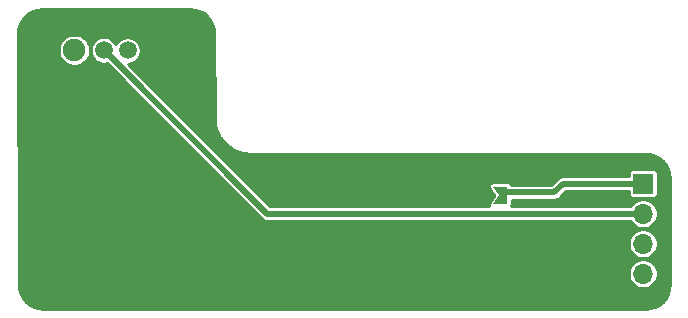
<source format=gbr>
%TF.GenerationSoftware,KiCad,Pcbnew,(5.1.6)-1*%
%TF.CreationDate,2020-09-27T13:04:45-07:00*%
%TF.ProjectId,SJ-202-USB-Jumper,534a2d32-3032-42d5-9553-422d4a756d70,rev?*%
%TF.SameCoordinates,Original*%
%TF.FileFunction,Copper,L2,Bot*%
%TF.FilePolarity,Positive*%
%FSLAX46Y46*%
G04 Gerber Fmt 4.6, Leading zero omitted, Abs format (unit mm)*
G04 Created by KiCad (PCBNEW (5.1.6)-1) date 2020-09-27 13:04:45*
%MOMM*%
%LPD*%
G01*
G04 APERTURE LIST*
%TA.AperFunction,SMDPad,CuDef*%
%ADD10C,0.100000*%
%TD*%
%TA.AperFunction,ComponentPad*%
%ADD11O,1.700000X1.700000*%
%TD*%
%TA.AperFunction,ComponentPad*%
%ADD12R,1.700000X1.700000*%
%TD*%
%TA.AperFunction,ComponentPad*%
%ADD13C,1.900000*%
%TD*%
%TA.AperFunction,ComponentPad*%
%ADD14C,1.500000*%
%TD*%
%TA.AperFunction,Conductor*%
%ADD15C,0.500000*%
%TD*%
%TA.AperFunction,Conductor*%
%ADD16C,0.254000*%
%TD*%
G04 APERTURE END LIST*
%TA.AperFunction,SMDPad,CuDef*%
D10*
%TO.P,J2,1*%
%TO.N,+5V*%
G36*
X61825000Y-68300000D02*
G01*
X61325000Y-69050000D01*
X60325000Y-69050000D01*
X60325000Y-67550000D01*
X61325000Y-67550000D01*
X61825000Y-68300000D01*
G37*
%TD.AperFunction*%
%TA.AperFunction,SMDPad,CuDef*%
%TO.P,J2,2*%
%TO.N,/5vJump*%
G36*
X62775000Y-69050000D02*
G01*
X61625000Y-69050000D01*
X62125000Y-68300000D01*
X61625000Y-67550000D01*
X62775000Y-67550000D01*
X62775000Y-69050000D01*
G37*
%TD.AperFunction*%
%TD*%
D11*
%TO.P,J4,4*%
%TO.N,GND*%
X74300000Y-74920000D03*
%TO.P,J4,3*%
%TO.N,/D-*%
X74300000Y-72380000D03*
%TO.P,J4,2*%
%TO.N,/D+*%
X74300000Y-69840000D03*
D12*
%TO.P,J4,1*%
%TO.N,/5vJump*%
X74300000Y-67300000D03*
%TD*%
D13*
%TO.P,J1,4*%
%TO.N,GND*%
X26150000Y-56010000D03*
D14*
%TO.P,J1,3*%
%TO.N,/D+*%
X28650000Y-56000000D03*
%TO.P,J1,2*%
%TO.N,/D-*%
X30650000Y-56025000D03*
D13*
%TO.P,J1,1*%
%TO.N,+5V*%
X33150000Y-56010000D03*
%TD*%
D15*
%TO.N,/D+*%
X42490000Y-69840000D02*
X28650000Y-56000000D01*
X74300000Y-70340000D02*
X73800000Y-69840000D01*
X73800000Y-69840000D02*
X42490000Y-69840000D01*
%TO.N,/5vJump*%
X66775000Y-68050000D02*
X62200000Y-68050000D01*
X67525000Y-67300000D02*
X66775000Y-68050000D01*
X74300000Y-67800000D02*
X73800000Y-67300000D01*
X73800000Y-67300000D02*
X67525000Y-67300000D01*
%TD*%
D16*
%TO.N,+5V*%
G36*
X36341849Y-52583625D02*
G01*
X36726117Y-52699642D01*
X37080532Y-52888088D01*
X37391589Y-53141781D01*
X37647446Y-53451059D01*
X37838361Y-53804150D01*
X37957058Y-54187596D01*
X38001392Y-54609404D01*
X38019060Y-61774812D01*
X38021152Y-61795531D01*
X38021042Y-61811326D01*
X38021697Y-61818010D01*
X38073514Y-62311017D01*
X38082273Y-62353685D01*
X38090449Y-62396544D01*
X38092390Y-62402974D01*
X38238979Y-62876526D01*
X38255872Y-62916712D01*
X38272204Y-62957135D01*
X38275357Y-62963065D01*
X38511134Y-63399126D01*
X38535494Y-63435240D01*
X38559383Y-63471746D01*
X38563628Y-63476950D01*
X38879612Y-63858910D01*
X38910528Y-63889611D01*
X38941048Y-63920777D01*
X38946223Y-63925058D01*
X39330379Y-64238368D01*
X39366684Y-64262489D01*
X39402661Y-64287123D01*
X39408569Y-64290318D01*
X39846265Y-64523045D01*
X39886527Y-64539639D01*
X39926641Y-64556832D01*
X39933057Y-64558818D01*
X40407621Y-64702097D01*
X40450368Y-64710561D01*
X40493028Y-64719628D01*
X40499708Y-64720330D01*
X40993063Y-64768704D01*
X40993068Y-64768704D01*
X41016070Y-64770984D01*
X74468691Y-64792134D01*
X74891849Y-64833625D01*
X75276117Y-64949642D01*
X75630532Y-65138088D01*
X75941589Y-65391781D01*
X76197446Y-65701059D01*
X76388361Y-66054150D01*
X76507058Y-66437596D01*
X76551388Y-66859364D01*
X76568955Y-75826940D01*
X76527525Y-76249477D01*
X76411507Y-76633747D01*
X76223062Y-76988159D01*
X75969369Y-77299217D01*
X75660090Y-77555075D01*
X75307001Y-77745989D01*
X74923554Y-77864686D01*
X74501934Y-77909000D01*
X23513522Y-77909000D01*
X23090523Y-77867525D01*
X22706253Y-77751507D01*
X22351841Y-77563062D01*
X22040783Y-77309369D01*
X21784925Y-77000090D01*
X21594011Y-76647001D01*
X21475314Y-76263554D01*
X21430975Y-75841699D01*
X21427656Y-74798757D01*
X73069000Y-74798757D01*
X73069000Y-75041243D01*
X73116307Y-75279069D01*
X73209102Y-75503097D01*
X73343820Y-75704717D01*
X73515283Y-75876180D01*
X73716903Y-76010898D01*
X73940931Y-76103693D01*
X74178757Y-76151000D01*
X74421243Y-76151000D01*
X74659069Y-76103693D01*
X74883097Y-76010898D01*
X75084717Y-75876180D01*
X75256180Y-75704717D01*
X75390898Y-75503097D01*
X75483693Y-75279069D01*
X75531000Y-75041243D01*
X75531000Y-74798757D01*
X75483693Y-74560931D01*
X75390898Y-74336903D01*
X75256180Y-74135283D01*
X75084717Y-73963820D01*
X74883097Y-73829102D01*
X74659069Y-73736307D01*
X74421243Y-73689000D01*
X74178757Y-73689000D01*
X73940931Y-73736307D01*
X73716903Y-73829102D01*
X73515283Y-73963820D01*
X73343820Y-74135283D01*
X73209102Y-74336903D01*
X73116307Y-74560931D01*
X73069000Y-74798757D01*
X21427656Y-74798757D01*
X21419573Y-72258757D01*
X73069000Y-72258757D01*
X73069000Y-72501243D01*
X73116307Y-72739069D01*
X73209102Y-72963097D01*
X73343820Y-73164717D01*
X73515283Y-73336180D01*
X73716903Y-73470898D01*
X73940931Y-73563693D01*
X74178757Y-73611000D01*
X74421243Y-73611000D01*
X74659069Y-73563693D01*
X74883097Y-73470898D01*
X75084717Y-73336180D01*
X75256180Y-73164717D01*
X75390898Y-72963097D01*
X75483693Y-72739069D01*
X75531000Y-72501243D01*
X75531000Y-72258757D01*
X75483693Y-72020931D01*
X75390898Y-71796903D01*
X75256180Y-71595283D01*
X75084717Y-71423820D01*
X74883097Y-71289102D01*
X74659069Y-71196307D01*
X74421243Y-71149000D01*
X74178757Y-71149000D01*
X73940931Y-71196307D01*
X73716903Y-71289102D01*
X73515283Y-71423820D01*
X73343820Y-71595283D01*
X73209102Y-71796903D01*
X73116307Y-72020931D01*
X73069000Y-72258757D01*
X21419573Y-72258757D01*
X21367442Y-55878908D01*
X24819000Y-55878908D01*
X24819000Y-56141092D01*
X24870150Y-56398238D01*
X24970483Y-56640465D01*
X25116145Y-56858463D01*
X25301537Y-57043855D01*
X25519535Y-57189517D01*
X25761762Y-57289850D01*
X26018908Y-57341000D01*
X26281092Y-57341000D01*
X26538238Y-57289850D01*
X26780465Y-57189517D01*
X26998463Y-57043855D01*
X27183855Y-56858463D01*
X27329517Y-56640465D01*
X27429850Y-56398238D01*
X27481000Y-56141092D01*
X27481000Y-55888606D01*
X27519000Y-55888606D01*
X27519000Y-56111394D01*
X27562464Y-56329900D01*
X27647721Y-56535729D01*
X27771495Y-56720970D01*
X27929030Y-56878505D01*
X28114271Y-57002279D01*
X28320100Y-57087536D01*
X28538606Y-57131000D01*
X28761394Y-57131000D01*
X28867522Y-57109890D01*
X42021899Y-70264268D01*
X42041657Y-70288343D01*
X42137739Y-70367196D01*
X42247358Y-70425789D01*
X42366302Y-70461870D01*
X42459002Y-70471000D01*
X42459009Y-70471000D01*
X42490000Y-70474052D01*
X42520990Y-70471000D01*
X73241110Y-70471000D01*
X73343820Y-70624717D01*
X73515283Y-70796180D01*
X73716903Y-70930898D01*
X73940931Y-71023693D01*
X74178757Y-71071000D01*
X74421243Y-71071000D01*
X74659069Y-71023693D01*
X74883097Y-70930898D01*
X75084717Y-70796180D01*
X75256180Y-70624717D01*
X75390898Y-70423097D01*
X75483693Y-70199069D01*
X75531000Y-69961243D01*
X75531000Y-69718757D01*
X75483693Y-69480931D01*
X75390898Y-69256903D01*
X75256180Y-69055283D01*
X75084717Y-68883820D01*
X74883097Y-68749102D01*
X74659069Y-68656307D01*
X74421243Y-68609000D01*
X74178757Y-68609000D01*
X73940931Y-68656307D01*
X73716903Y-68749102D01*
X73515283Y-68883820D01*
X73343820Y-69055283D01*
X73241110Y-69209000D01*
X63122024Y-69209000D01*
X63128701Y-69196508D01*
X63150487Y-69124689D01*
X63157843Y-69050000D01*
X63157843Y-68681000D01*
X66744010Y-68681000D01*
X66775000Y-68684052D01*
X66805990Y-68681000D01*
X66805998Y-68681000D01*
X66898698Y-68671870D01*
X67017642Y-68635789D01*
X67127261Y-68577196D01*
X67223343Y-68498343D01*
X67243105Y-68474263D01*
X67786369Y-67931000D01*
X73067157Y-67931000D01*
X73067157Y-68150000D01*
X73074513Y-68224689D01*
X73096299Y-68296508D01*
X73131678Y-68362696D01*
X73179289Y-68420711D01*
X73237304Y-68468322D01*
X73303492Y-68503701D01*
X73375311Y-68525487D01*
X73450000Y-68532843D01*
X75150000Y-68532843D01*
X75224689Y-68525487D01*
X75296508Y-68503701D01*
X75362696Y-68468322D01*
X75420711Y-68420711D01*
X75468322Y-68362696D01*
X75503701Y-68296508D01*
X75525487Y-68224689D01*
X75532843Y-68150000D01*
X75532843Y-66450000D01*
X75525487Y-66375311D01*
X75503701Y-66303492D01*
X75468322Y-66237304D01*
X75420711Y-66179289D01*
X75362696Y-66131678D01*
X75296508Y-66096299D01*
X75224689Y-66074513D01*
X75150000Y-66067157D01*
X73450000Y-66067157D01*
X73375311Y-66074513D01*
X73303492Y-66096299D01*
X73237304Y-66131678D01*
X73179289Y-66179289D01*
X73131678Y-66237304D01*
X73096299Y-66303492D01*
X73074513Y-66375311D01*
X73067157Y-66450000D01*
X73067157Y-66669000D01*
X67555987Y-66669000D01*
X67524999Y-66665948D01*
X67494011Y-66669000D01*
X67494002Y-66669000D01*
X67401302Y-66678130D01*
X67285823Y-66713160D01*
X67282358Y-66714211D01*
X67172739Y-66772804D01*
X67100931Y-66831736D01*
X67076657Y-66851657D01*
X67056899Y-66875732D01*
X66513632Y-67419000D01*
X63133405Y-67419000D01*
X63128701Y-67403492D01*
X63093322Y-67337304D01*
X63045711Y-67279289D01*
X62987696Y-67231678D01*
X62921508Y-67196299D01*
X62849689Y-67174513D01*
X62775000Y-67167157D01*
X61625000Y-67167157D01*
X61550704Y-67174435D01*
X61478862Y-67196146D01*
X61412637Y-67231455D01*
X61354572Y-67279006D01*
X61306900Y-67336971D01*
X61271453Y-67403122D01*
X61249592Y-67474918D01*
X61242157Y-67549600D01*
X61249435Y-67624296D01*
X61271146Y-67696138D01*
X61306455Y-67762363D01*
X61577688Y-68169212D01*
X61578130Y-68173698D01*
X61614211Y-68292642D01*
X61638941Y-68338908D01*
X61306455Y-68837637D01*
X61271299Y-68903492D01*
X61249513Y-68975311D01*
X61242157Y-69050000D01*
X61249513Y-69124689D01*
X61271299Y-69196508D01*
X61277976Y-69209000D01*
X42751369Y-69209000D01*
X30698368Y-57156000D01*
X30761394Y-57156000D01*
X30979900Y-57112536D01*
X31185729Y-57027279D01*
X31370970Y-56903505D01*
X31528505Y-56745970D01*
X31652279Y-56560729D01*
X31737536Y-56354900D01*
X31781000Y-56136394D01*
X31781000Y-55913606D01*
X31737536Y-55695100D01*
X31652279Y-55489271D01*
X31528505Y-55304030D01*
X31370970Y-55146495D01*
X31185729Y-55022721D01*
X30979900Y-54937464D01*
X30761394Y-54894000D01*
X30538606Y-54894000D01*
X30320100Y-54937464D01*
X30114271Y-55022721D01*
X29929030Y-55146495D01*
X29771495Y-55304030D01*
X29656927Y-55475493D01*
X29652279Y-55464271D01*
X29528505Y-55279030D01*
X29370970Y-55121495D01*
X29185729Y-54997721D01*
X28979900Y-54912464D01*
X28761394Y-54869000D01*
X28538606Y-54869000D01*
X28320100Y-54912464D01*
X28114271Y-54997721D01*
X27929030Y-55121495D01*
X27771495Y-55279030D01*
X27647721Y-55464271D01*
X27562464Y-55670100D01*
X27519000Y-55888606D01*
X27481000Y-55888606D01*
X27481000Y-55878908D01*
X27429850Y-55621762D01*
X27329517Y-55379535D01*
X27183855Y-55161537D01*
X26998463Y-54976145D01*
X26780465Y-54830483D01*
X26538238Y-54730150D01*
X26281092Y-54679000D01*
X26018908Y-54679000D01*
X25761762Y-54730150D01*
X25519535Y-54830483D01*
X25301537Y-54976145D01*
X25116145Y-55161537D01*
X24970483Y-55379535D01*
X24870150Y-55621762D01*
X24819000Y-55878908D01*
X21367442Y-55878908D01*
X21363447Y-54623911D01*
X21404847Y-54201673D01*
X21520864Y-53817405D01*
X21709310Y-53462990D01*
X21963003Y-53151933D01*
X22272281Y-52896076D01*
X22625372Y-52705161D01*
X23008818Y-52586464D01*
X23430438Y-52542150D01*
X35918851Y-52542150D01*
X36341849Y-52583625D01*
G37*
X36341849Y-52583625D02*
X36726117Y-52699642D01*
X37080532Y-52888088D01*
X37391589Y-53141781D01*
X37647446Y-53451059D01*
X37838361Y-53804150D01*
X37957058Y-54187596D01*
X38001392Y-54609404D01*
X38019060Y-61774812D01*
X38021152Y-61795531D01*
X38021042Y-61811326D01*
X38021697Y-61818010D01*
X38073514Y-62311017D01*
X38082273Y-62353685D01*
X38090449Y-62396544D01*
X38092390Y-62402974D01*
X38238979Y-62876526D01*
X38255872Y-62916712D01*
X38272204Y-62957135D01*
X38275357Y-62963065D01*
X38511134Y-63399126D01*
X38535494Y-63435240D01*
X38559383Y-63471746D01*
X38563628Y-63476950D01*
X38879612Y-63858910D01*
X38910528Y-63889611D01*
X38941048Y-63920777D01*
X38946223Y-63925058D01*
X39330379Y-64238368D01*
X39366684Y-64262489D01*
X39402661Y-64287123D01*
X39408569Y-64290318D01*
X39846265Y-64523045D01*
X39886527Y-64539639D01*
X39926641Y-64556832D01*
X39933057Y-64558818D01*
X40407621Y-64702097D01*
X40450368Y-64710561D01*
X40493028Y-64719628D01*
X40499708Y-64720330D01*
X40993063Y-64768704D01*
X40993068Y-64768704D01*
X41016070Y-64770984D01*
X74468691Y-64792134D01*
X74891849Y-64833625D01*
X75276117Y-64949642D01*
X75630532Y-65138088D01*
X75941589Y-65391781D01*
X76197446Y-65701059D01*
X76388361Y-66054150D01*
X76507058Y-66437596D01*
X76551388Y-66859364D01*
X76568955Y-75826940D01*
X76527525Y-76249477D01*
X76411507Y-76633747D01*
X76223062Y-76988159D01*
X75969369Y-77299217D01*
X75660090Y-77555075D01*
X75307001Y-77745989D01*
X74923554Y-77864686D01*
X74501934Y-77909000D01*
X23513522Y-77909000D01*
X23090523Y-77867525D01*
X22706253Y-77751507D01*
X22351841Y-77563062D01*
X22040783Y-77309369D01*
X21784925Y-77000090D01*
X21594011Y-76647001D01*
X21475314Y-76263554D01*
X21430975Y-75841699D01*
X21427656Y-74798757D01*
X73069000Y-74798757D01*
X73069000Y-75041243D01*
X73116307Y-75279069D01*
X73209102Y-75503097D01*
X73343820Y-75704717D01*
X73515283Y-75876180D01*
X73716903Y-76010898D01*
X73940931Y-76103693D01*
X74178757Y-76151000D01*
X74421243Y-76151000D01*
X74659069Y-76103693D01*
X74883097Y-76010898D01*
X75084717Y-75876180D01*
X75256180Y-75704717D01*
X75390898Y-75503097D01*
X75483693Y-75279069D01*
X75531000Y-75041243D01*
X75531000Y-74798757D01*
X75483693Y-74560931D01*
X75390898Y-74336903D01*
X75256180Y-74135283D01*
X75084717Y-73963820D01*
X74883097Y-73829102D01*
X74659069Y-73736307D01*
X74421243Y-73689000D01*
X74178757Y-73689000D01*
X73940931Y-73736307D01*
X73716903Y-73829102D01*
X73515283Y-73963820D01*
X73343820Y-74135283D01*
X73209102Y-74336903D01*
X73116307Y-74560931D01*
X73069000Y-74798757D01*
X21427656Y-74798757D01*
X21419573Y-72258757D01*
X73069000Y-72258757D01*
X73069000Y-72501243D01*
X73116307Y-72739069D01*
X73209102Y-72963097D01*
X73343820Y-73164717D01*
X73515283Y-73336180D01*
X73716903Y-73470898D01*
X73940931Y-73563693D01*
X74178757Y-73611000D01*
X74421243Y-73611000D01*
X74659069Y-73563693D01*
X74883097Y-73470898D01*
X75084717Y-73336180D01*
X75256180Y-73164717D01*
X75390898Y-72963097D01*
X75483693Y-72739069D01*
X75531000Y-72501243D01*
X75531000Y-72258757D01*
X75483693Y-72020931D01*
X75390898Y-71796903D01*
X75256180Y-71595283D01*
X75084717Y-71423820D01*
X74883097Y-71289102D01*
X74659069Y-71196307D01*
X74421243Y-71149000D01*
X74178757Y-71149000D01*
X73940931Y-71196307D01*
X73716903Y-71289102D01*
X73515283Y-71423820D01*
X73343820Y-71595283D01*
X73209102Y-71796903D01*
X73116307Y-72020931D01*
X73069000Y-72258757D01*
X21419573Y-72258757D01*
X21367442Y-55878908D01*
X24819000Y-55878908D01*
X24819000Y-56141092D01*
X24870150Y-56398238D01*
X24970483Y-56640465D01*
X25116145Y-56858463D01*
X25301537Y-57043855D01*
X25519535Y-57189517D01*
X25761762Y-57289850D01*
X26018908Y-57341000D01*
X26281092Y-57341000D01*
X26538238Y-57289850D01*
X26780465Y-57189517D01*
X26998463Y-57043855D01*
X27183855Y-56858463D01*
X27329517Y-56640465D01*
X27429850Y-56398238D01*
X27481000Y-56141092D01*
X27481000Y-55888606D01*
X27519000Y-55888606D01*
X27519000Y-56111394D01*
X27562464Y-56329900D01*
X27647721Y-56535729D01*
X27771495Y-56720970D01*
X27929030Y-56878505D01*
X28114271Y-57002279D01*
X28320100Y-57087536D01*
X28538606Y-57131000D01*
X28761394Y-57131000D01*
X28867522Y-57109890D01*
X42021899Y-70264268D01*
X42041657Y-70288343D01*
X42137739Y-70367196D01*
X42247358Y-70425789D01*
X42366302Y-70461870D01*
X42459002Y-70471000D01*
X42459009Y-70471000D01*
X42490000Y-70474052D01*
X42520990Y-70471000D01*
X73241110Y-70471000D01*
X73343820Y-70624717D01*
X73515283Y-70796180D01*
X73716903Y-70930898D01*
X73940931Y-71023693D01*
X74178757Y-71071000D01*
X74421243Y-71071000D01*
X74659069Y-71023693D01*
X74883097Y-70930898D01*
X75084717Y-70796180D01*
X75256180Y-70624717D01*
X75390898Y-70423097D01*
X75483693Y-70199069D01*
X75531000Y-69961243D01*
X75531000Y-69718757D01*
X75483693Y-69480931D01*
X75390898Y-69256903D01*
X75256180Y-69055283D01*
X75084717Y-68883820D01*
X74883097Y-68749102D01*
X74659069Y-68656307D01*
X74421243Y-68609000D01*
X74178757Y-68609000D01*
X73940931Y-68656307D01*
X73716903Y-68749102D01*
X73515283Y-68883820D01*
X73343820Y-69055283D01*
X73241110Y-69209000D01*
X63122024Y-69209000D01*
X63128701Y-69196508D01*
X63150487Y-69124689D01*
X63157843Y-69050000D01*
X63157843Y-68681000D01*
X66744010Y-68681000D01*
X66775000Y-68684052D01*
X66805990Y-68681000D01*
X66805998Y-68681000D01*
X66898698Y-68671870D01*
X67017642Y-68635789D01*
X67127261Y-68577196D01*
X67223343Y-68498343D01*
X67243105Y-68474263D01*
X67786369Y-67931000D01*
X73067157Y-67931000D01*
X73067157Y-68150000D01*
X73074513Y-68224689D01*
X73096299Y-68296508D01*
X73131678Y-68362696D01*
X73179289Y-68420711D01*
X73237304Y-68468322D01*
X73303492Y-68503701D01*
X73375311Y-68525487D01*
X73450000Y-68532843D01*
X75150000Y-68532843D01*
X75224689Y-68525487D01*
X75296508Y-68503701D01*
X75362696Y-68468322D01*
X75420711Y-68420711D01*
X75468322Y-68362696D01*
X75503701Y-68296508D01*
X75525487Y-68224689D01*
X75532843Y-68150000D01*
X75532843Y-66450000D01*
X75525487Y-66375311D01*
X75503701Y-66303492D01*
X75468322Y-66237304D01*
X75420711Y-66179289D01*
X75362696Y-66131678D01*
X75296508Y-66096299D01*
X75224689Y-66074513D01*
X75150000Y-66067157D01*
X73450000Y-66067157D01*
X73375311Y-66074513D01*
X73303492Y-66096299D01*
X73237304Y-66131678D01*
X73179289Y-66179289D01*
X73131678Y-66237304D01*
X73096299Y-66303492D01*
X73074513Y-66375311D01*
X73067157Y-66450000D01*
X73067157Y-66669000D01*
X67555987Y-66669000D01*
X67524999Y-66665948D01*
X67494011Y-66669000D01*
X67494002Y-66669000D01*
X67401302Y-66678130D01*
X67285823Y-66713160D01*
X67282358Y-66714211D01*
X67172739Y-66772804D01*
X67100931Y-66831736D01*
X67076657Y-66851657D01*
X67056899Y-66875732D01*
X66513632Y-67419000D01*
X63133405Y-67419000D01*
X63128701Y-67403492D01*
X63093322Y-67337304D01*
X63045711Y-67279289D01*
X62987696Y-67231678D01*
X62921508Y-67196299D01*
X62849689Y-67174513D01*
X62775000Y-67167157D01*
X61625000Y-67167157D01*
X61550704Y-67174435D01*
X61478862Y-67196146D01*
X61412637Y-67231455D01*
X61354572Y-67279006D01*
X61306900Y-67336971D01*
X61271453Y-67403122D01*
X61249592Y-67474918D01*
X61242157Y-67549600D01*
X61249435Y-67624296D01*
X61271146Y-67696138D01*
X61306455Y-67762363D01*
X61577688Y-68169212D01*
X61578130Y-68173698D01*
X61614211Y-68292642D01*
X61638941Y-68338908D01*
X61306455Y-68837637D01*
X61271299Y-68903492D01*
X61249513Y-68975311D01*
X61242157Y-69050000D01*
X61249513Y-69124689D01*
X61271299Y-69196508D01*
X61277976Y-69209000D01*
X42751369Y-69209000D01*
X30698368Y-57156000D01*
X30761394Y-57156000D01*
X30979900Y-57112536D01*
X31185729Y-57027279D01*
X31370970Y-56903505D01*
X31528505Y-56745970D01*
X31652279Y-56560729D01*
X31737536Y-56354900D01*
X31781000Y-56136394D01*
X31781000Y-55913606D01*
X31737536Y-55695100D01*
X31652279Y-55489271D01*
X31528505Y-55304030D01*
X31370970Y-55146495D01*
X31185729Y-55022721D01*
X30979900Y-54937464D01*
X30761394Y-54894000D01*
X30538606Y-54894000D01*
X30320100Y-54937464D01*
X30114271Y-55022721D01*
X29929030Y-55146495D01*
X29771495Y-55304030D01*
X29656927Y-55475493D01*
X29652279Y-55464271D01*
X29528505Y-55279030D01*
X29370970Y-55121495D01*
X29185729Y-54997721D01*
X28979900Y-54912464D01*
X28761394Y-54869000D01*
X28538606Y-54869000D01*
X28320100Y-54912464D01*
X28114271Y-54997721D01*
X27929030Y-55121495D01*
X27771495Y-55279030D01*
X27647721Y-55464271D01*
X27562464Y-55670100D01*
X27519000Y-55888606D01*
X27481000Y-55888606D01*
X27481000Y-55878908D01*
X27429850Y-55621762D01*
X27329517Y-55379535D01*
X27183855Y-55161537D01*
X26998463Y-54976145D01*
X26780465Y-54830483D01*
X26538238Y-54730150D01*
X26281092Y-54679000D01*
X26018908Y-54679000D01*
X25761762Y-54730150D01*
X25519535Y-54830483D01*
X25301537Y-54976145D01*
X25116145Y-55161537D01*
X24970483Y-55379535D01*
X24870150Y-55621762D01*
X24819000Y-55878908D01*
X21367442Y-55878908D01*
X21363447Y-54623911D01*
X21404847Y-54201673D01*
X21520864Y-53817405D01*
X21709310Y-53462990D01*
X21963003Y-53151933D01*
X22272281Y-52896076D01*
X22625372Y-52705161D01*
X23008818Y-52586464D01*
X23430438Y-52542150D01*
X35918851Y-52542150D01*
X36341849Y-52583625D01*
%TD*%
M02*

</source>
